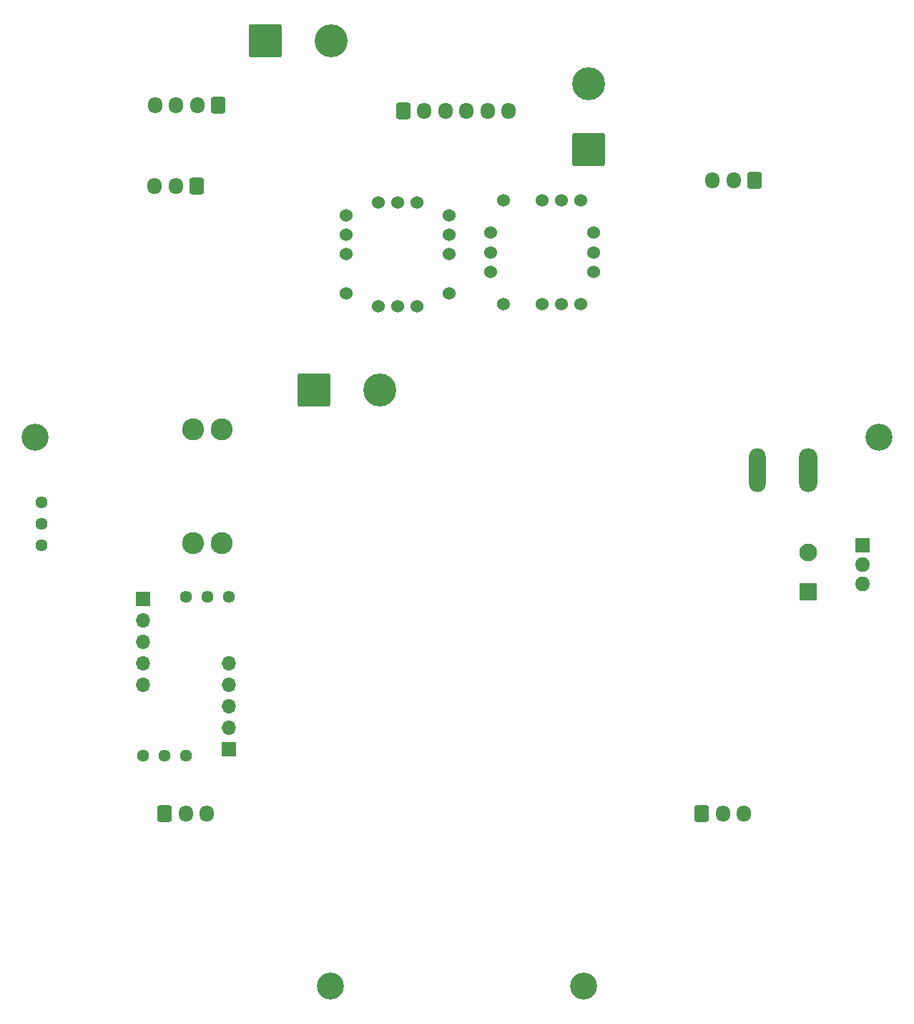
<source format=gbr>
%TF.GenerationSoftware,KiCad,Pcbnew,7.0.9*%
%TF.CreationDate,2024-06-25T19:44:48+09:00*%
%TF.ProjectId,05-PWR,30352d50-5752-42e6-9b69-6361645f7063,rev?*%
%TF.SameCoordinates,Original*%
%TF.FileFunction,Soldermask,Bot*%
%TF.FilePolarity,Negative*%
%FSLAX46Y46*%
G04 Gerber Fmt 4.6, Leading zero omitted, Abs format (unit mm)*
G04 Created by KiCad (PCBNEW 7.0.9) date 2024-06-25 19:44:48*
%MOMM*%
%LPD*%
G01*
G04 APERTURE LIST*
G04 Aperture macros list*
%AMRoundRect*
0 Rectangle with rounded corners*
0 $1 Rounding radius*
0 $2 $3 $4 $5 $6 $7 $8 $9 X,Y pos of 4 corners*
0 Add a 4 corners polygon primitive as box body*
4,1,4,$2,$3,$4,$5,$6,$7,$8,$9,$2,$3,0*
0 Add four circle primitives for the rounded corners*
1,1,$1+$1,$2,$3*
1,1,$1+$1,$4,$5*
1,1,$1+$1,$6,$7*
1,1,$1+$1,$8,$9*
0 Add four rect primitives between the rounded corners*
20,1,$1+$1,$2,$3,$4,$5,0*
20,1,$1+$1,$4,$5,$6,$7,0*
20,1,$1+$1,$6,$7,$8,$9,0*
20,1,$1+$1,$8,$9,$2,$3,0*%
G04 Aperture macros list end*
%ADD10C,3.200000*%
%ADD11C,1.440000*%
%ADD12RoundRect,0.250002X-1.699998X-1.699998X1.699998X-1.699998X1.699998X1.699998X-1.699998X1.699998X0*%
%ADD13C,3.900000*%
%ADD14R,1.700000X1.700000*%
%ADD15O,1.700000X1.700000*%
%ADD16RoundRect,0.250000X-0.600000X-0.725000X0.600000X-0.725000X0.600000X0.725000X-0.600000X0.725000X0*%
%ADD17O,1.700000X1.950000*%
%ADD18RoundRect,0.250002X1.699998X-1.699998X1.699998X1.699998X-1.699998X1.699998X-1.699998X-1.699998X0*%
%ADD19RoundRect,0.250000X0.600000X0.725000X-0.600000X0.725000X-0.600000X-0.725000X0.600000X-0.725000X0*%
%ADD20C,1.524000*%
%ADD21O,2.000000X5.200000*%
%ADD22O,2.200000X5.200000*%
%ADD23R,1.800000X1.717500*%
%ADD24O,1.800000X1.717500*%
%ADD25RoundRect,0.250001X0.799999X-0.799999X0.799999X0.799999X-0.799999X0.799999X-0.799999X-0.799999X0*%
%ADD26C,2.100000*%
%ADD27C,2.604000*%
G04 APERTURE END LIST*
D10*
%TO.C,REF\u002A\u002A*%
X276305000Y-78660000D03*
%TD*%
D11*
%TO.C,RV1*%
X189230000Y-116332000D03*
X191770000Y-116332000D03*
X194310000Y-116332000D03*
%TD*%
D12*
%TO.C,J1*%
X209460000Y-73025000D03*
D13*
X217260000Y-73025000D03*
%TD*%
D14*
%TO.C,U1*%
X189230000Y-97790000D03*
D15*
X189230000Y-100330000D03*
X189230000Y-102870000D03*
X189230000Y-105410000D03*
X189230000Y-107950000D03*
%TD*%
D14*
%TO.C,U2*%
X199390000Y-115570000D03*
D15*
X199390000Y-113030000D03*
X199390000Y-110490000D03*
X199390000Y-107950000D03*
X199390000Y-105410000D03*
%TD*%
D16*
%TO.C,J6*%
X255350000Y-123190000D03*
D17*
X257850000Y-123190000D03*
X260350000Y-123190000D03*
%TD*%
D10*
%TO.C,REF\u002A\u002A*%
X241380000Y-143590000D03*
%TD*%
D16*
%TO.C,J7*%
X219985000Y-40005000D03*
D17*
X222485000Y-40005000D03*
X224985000Y-40005000D03*
X227485000Y-40005000D03*
X229985000Y-40005000D03*
X232485000Y-40005000D03*
%TD*%
D18*
%TO.C,J9*%
X241935000Y-44630000D03*
D13*
X241935000Y-36830000D03*
%TD*%
D19*
%TO.C,J11*%
X198120000Y-39370000D03*
D17*
X195620000Y-39370000D03*
X193120000Y-39370000D03*
X190620000Y-39370000D03*
%TD*%
D16*
%TO.C,J5*%
X191770000Y-123190000D03*
D17*
X194270000Y-123190000D03*
X196770000Y-123190000D03*
%TD*%
D11*
%TO.C,RV2*%
X199390000Y-97536000D03*
X196850000Y-97536000D03*
X194310000Y-97536000D03*
%TD*%
D19*
%TO.C,J4*%
X261620000Y-48260000D03*
D17*
X259120000Y-48260000D03*
X256620000Y-48260000D03*
%TD*%
D11*
%TO.C,RV3*%
X177165000Y-86360000D03*
X177165000Y-88900000D03*
X177165000Y-91440000D03*
%TD*%
D20*
%TO.C,U3*%
X225425000Y-57015000D03*
X225425000Y-61595000D03*
X221615000Y-63115000D03*
X219325000Y-63115000D03*
X217035000Y-63115000D03*
X213225000Y-61595000D03*
X213225000Y-57015000D03*
X213225000Y-52435000D03*
X219325000Y-50915000D03*
X221615000Y-50915000D03*
X225425000Y-52435000D03*
X225425000Y-54725000D03*
X213225000Y-54725000D03*
X217035000Y-50915000D03*
%TD*%
%TO.C,U4*%
X236470000Y-62865000D03*
X231890000Y-62865000D03*
X230370000Y-59055000D03*
X230370000Y-56765000D03*
X230370000Y-54475000D03*
X231890000Y-50665000D03*
X236470000Y-50665000D03*
X241050000Y-50665000D03*
X242570000Y-56765000D03*
X242570000Y-59055000D03*
X241050000Y-62865000D03*
X238760000Y-62865000D03*
X238760000Y-50665000D03*
X242570000Y-54475000D03*
%TD*%
D10*
%TO.C,REF\u002A\u002A*%
X211375000Y-143590000D03*
%TD*%
%TO.C,REF\u002A\u002A*%
X176450000Y-78660000D03*
%TD*%
D21*
%TO.C,SW1*%
X261970000Y-82550000D03*
D22*
X267970000Y-82550000D03*
%TD*%
D12*
%TO.C,J10*%
X203655000Y-31750000D03*
D13*
X211455000Y-31750000D03*
%TD*%
D19*
%TO.C,J3*%
X195580000Y-48895000D03*
D17*
X193080000Y-48895000D03*
X190580000Y-48895000D03*
%TD*%
D23*
%TO.C,Q1*%
X274357500Y-91440000D03*
D24*
X274357500Y-93730000D03*
X274357500Y-96020000D03*
%TD*%
D25*
%TO.C,J2*%
X267970000Y-96915000D03*
D26*
X267970000Y-92315000D03*
%TD*%
D27*
%TO.C,F1*%
X195150000Y-91190000D03*
X198550000Y-91190000D03*
X195150000Y-77720000D03*
X198550000Y-77720000D03*
%TD*%
M02*

</source>
